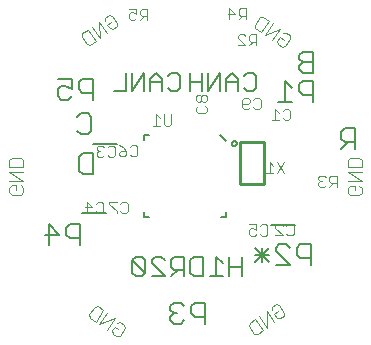
<source format=gbr>
G04 EAGLE Gerber RS-274X export*
G75*
%MOMM*%
%FSLAX34Y34*%
%LPD*%
%INSilkscreen Bottom*%
%IPPOS*%
%AMOC8*
5,1,8,0,0,1.08239X$1,22.5*%
G01*
%ADD10C,0.152400*%
%ADD11C,0.101600*%
%ADD12C,0.127000*%
%ADD13C,0.076200*%
%ADD14C,0.254000*%


D10*
X220260Y65164D02*
X220260Y81434D01*
X220260Y73299D02*
X209413Y73299D01*
X209413Y81434D02*
X209413Y65164D01*
X203888Y76011D02*
X198465Y81434D01*
X198465Y65164D01*
X203888Y65164D02*
X193042Y65164D01*
X187517Y65164D02*
X187517Y81434D01*
X187517Y65164D02*
X179382Y65164D01*
X176670Y67876D01*
X176670Y78722D01*
X179382Y81434D01*
X187517Y81434D01*
X171145Y81434D02*
X171145Y65164D01*
X171145Y81434D02*
X163010Y81434D01*
X160299Y78722D01*
X160299Y73299D01*
X163010Y70587D01*
X171145Y70587D01*
X165722Y70587D02*
X160299Y65164D01*
X154774Y65164D02*
X143927Y65164D01*
X154774Y65164D02*
X143927Y76011D01*
X143927Y78722D01*
X146639Y81434D01*
X152062Y81434D01*
X154774Y78722D01*
X138402Y78722D02*
X138402Y67876D01*
X138402Y78722D02*
X135691Y81434D01*
X130267Y81434D01*
X127556Y78722D01*
X127556Y67876D01*
X130267Y65164D01*
X135691Y65164D01*
X138402Y67876D01*
X127556Y78722D01*
D11*
X245902Y39002D02*
X245423Y36288D01*
X245902Y39002D02*
X249095Y41238D01*
X251809Y40759D01*
X256281Y34373D01*
X255802Y31659D01*
X252609Y29423D01*
X249895Y29902D01*
X247659Y33095D01*
X250852Y35330D01*
X247819Y26069D02*
X241112Y35648D01*
X241433Y21598D01*
X234726Y31177D01*
X231533Y28941D02*
X238240Y19362D01*
X233451Y16008D01*
X230736Y16487D01*
X226265Y22873D01*
X226743Y25587D01*
X231533Y28941D01*
X321616Y139815D02*
X319667Y141764D01*
X321616Y139815D02*
X321616Y135917D01*
X319667Y133968D01*
X311871Y133968D01*
X309922Y135917D01*
X309922Y139815D01*
X311871Y141764D01*
X315769Y141764D01*
X315769Y137866D01*
X309922Y145662D02*
X321616Y145662D01*
X309922Y153458D01*
X321616Y153458D01*
X321616Y157356D02*
X309922Y157356D01*
X309922Y163203D01*
X311871Y165152D01*
X319667Y165152D01*
X321616Y163203D01*
X321616Y157356D01*
X257359Y271336D02*
X254645Y270858D01*
X257359Y271336D02*
X260552Y269101D01*
X261031Y266386D01*
X256559Y260000D01*
X253845Y259521D01*
X250652Y261757D01*
X250173Y264472D01*
X252409Y267665D01*
X255602Y265429D01*
X252570Y274690D02*
X245862Y265111D01*
X239476Y269582D02*
X252570Y274690D01*
X246183Y279162D02*
X239476Y269582D01*
X236283Y271818D02*
X242990Y281397D01*
X236283Y271818D02*
X231494Y275172D01*
X231015Y277886D01*
X235486Y284272D01*
X238201Y284751D01*
X242990Y281397D01*
X104424Y284112D02*
X103945Y281398D01*
X104424Y284112D02*
X107617Y286348D01*
X110331Y285869D01*
X114803Y279483D01*
X114324Y276769D01*
X111131Y274533D01*
X108417Y275012D01*
X106181Y278205D01*
X109374Y280440D01*
X106341Y271179D02*
X99634Y280758D01*
X99955Y266708D01*
X93248Y276287D01*
X90055Y274051D02*
X96762Y264472D01*
X91973Y261118D01*
X89258Y261597D01*
X84787Y267983D01*
X85265Y270697D01*
X90055Y274051D01*
X33155Y142018D02*
X35104Y140069D01*
X35104Y136171D01*
X33155Y134222D01*
X25359Y134222D01*
X23410Y136171D01*
X23410Y140069D01*
X25359Y142018D01*
X29257Y142018D01*
X29257Y138120D01*
X23410Y145916D02*
X35104Y145916D01*
X23410Y153712D01*
X35104Y153712D01*
X35104Y157610D02*
X23410Y157610D01*
X23410Y163457D01*
X25359Y165406D01*
X33155Y165406D01*
X35104Y163457D01*
X35104Y157610D01*
X114691Y25748D02*
X117405Y26226D01*
X120598Y23991D01*
X121077Y21276D01*
X116605Y14890D01*
X113891Y14411D01*
X110698Y16647D01*
X110219Y19362D01*
X112455Y22555D01*
X115648Y20319D01*
X112616Y29580D02*
X105908Y20001D01*
X99522Y24472D02*
X112616Y29580D01*
X106229Y34052D02*
X99522Y24472D01*
X96329Y26708D02*
X103036Y36287D01*
X96329Y26708D02*
X91540Y30062D01*
X91061Y32776D01*
X95532Y39162D01*
X98247Y39641D01*
X103036Y36287D01*
D10*
X280448Y212738D02*
X280448Y230533D01*
X271550Y230533D01*
X268584Y227567D01*
X268584Y221636D01*
X271550Y218670D01*
X280448Y218670D01*
X262673Y224601D02*
X256741Y230533D01*
X256741Y212738D01*
X262673Y212738D02*
X250809Y212738D01*
X278665Y92357D02*
X278665Y74562D01*
X278665Y92357D02*
X269767Y92357D01*
X266801Y89391D01*
X266801Y83460D01*
X269767Y80494D01*
X278665Y80494D01*
X260890Y74562D02*
X249026Y74562D01*
X249026Y86425D02*
X260890Y74562D01*
X249026Y86425D02*
X249026Y89391D01*
X251992Y92357D01*
X257924Y92357D01*
X260890Y89391D01*
X243115Y89391D02*
X231251Y77528D01*
X231251Y89391D02*
X243115Y77528D01*
X243115Y83460D02*
X231251Y83460D01*
X237183Y89391D02*
X237183Y77528D01*
X189008Y42573D02*
X189008Y24778D01*
X189008Y42573D02*
X180110Y42573D01*
X177144Y39607D01*
X177144Y33676D01*
X180110Y30710D01*
X189008Y30710D01*
X171233Y39607D02*
X168267Y42573D01*
X162335Y42573D01*
X159369Y39607D01*
X159369Y36641D01*
X162335Y33676D01*
X165301Y33676D01*
X162335Y33676D02*
X159369Y30710D01*
X159369Y27744D01*
X162335Y24778D01*
X168267Y24778D01*
X171233Y27744D01*
X83344Y91580D02*
X83344Y109375D01*
X74446Y109375D01*
X71480Y106409D01*
X71480Y100478D01*
X74446Y97512D01*
X83344Y97512D01*
X56671Y91580D02*
X56671Y109375D01*
X65569Y100478D01*
X53705Y100478D01*
X94012Y214516D02*
X94012Y232311D01*
X85114Y232311D01*
X82148Y229345D01*
X82148Y223414D01*
X85114Y220448D01*
X94012Y220448D01*
X76237Y232311D02*
X64373Y232311D01*
X76237Y232311D02*
X76237Y223414D01*
X70305Y226379D01*
X67339Y226379D01*
X64373Y223414D01*
X64373Y217482D01*
X67339Y214516D01*
X73271Y214516D01*
X76237Y217482D01*
D12*
X222005Y234720D02*
X224547Y237262D01*
X229632Y237262D01*
X232174Y234720D01*
X232174Y224551D01*
X229632Y222009D01*
X224547Y222009D01*
X222005Y224551D01*
X216972Y222009D02*
X216972Y232178D01*
X211887Y237262D01*
X206803Y232178D01*
X206803Y222009D01*
X206803Y229636D02*
X216972Y229636D01*
X201769Y222009D02*
X201769Y237262D01*
X191601Y222009D01*
X191601Y237262D01*
X186567Y237262D02*
X186567Y222009D01*
X186567Y229636D02*
X176399Y229636D01*
X176399Y237262D02*
X176399Y222009D01*
X160031Y237262D02*
X157489Y234720D01*
X160031Y237262D02*
X165116Y237262D01*
X167658Y234720D01*
X167658Y224551D01*
X165116Y222009D01*
X160031Y222009D01*
X157489Y224551D01*
X152456Y222009D02*
X152456Y232178D01*
X147371Y237262D01*
X142287Y232178D01*
X142287Y222009D01*
X142287Y229636D02*
X152456Y229636D01*
X137253Y222009D02*
X137253Y237262D01*
X127085Y222009D01*
X127085Y237262D01*
X122051Y237262D02*
X122051Y222009D01*
X111883Y222009D01*
D10*
X280707Y237630D02*
X280707Y255425D01*
X271809Y255425D01*
X268843Y252459D01*
X268843Y249493D01*
X271809Y246528D01*
X268843Y243562D01*
X268843Y240596D01*
X271809Y237630D01*
X280707Y237630D01*
X280707Y246528D02*
X271809Y246528D01*
X316267Y190655D02*
X316267Y172860D01*
X316267Y190655D02*
X307369Y190655D01*
X304403Y187689D01*
X304403Y181758D01*
X307369Y178792D01*
X316267Y178792D01*
X310335Y178792D02*
X304403Y172860D01*
X94525Y169319D02*
X94525Y151524D01*
X85627Y151524D01*
X82661Y154490D01*
X82661Y166353D01*
X85627Y169319D01*
X94525Y169319D01*
X80629Y200389D02*
X83595Y203355D01*
X89527Y203355D01*
X92493Y200389D01*
X92493Y188526D01*
X89527Y185560D01*
X83595Y185560D01*
X80629Y188526D01*
D13*
X254756Y205118D02*
X256324Y206686D01*
X259459Y206686D01*
X261027Y205118D01*
X261027Y198848D01*
X259459Y197280D01*
X256324Y197280D01*
X254756Y198848D01*
X251672Y203551D02*
X248536Y206686D01*
X248536Y197280D01*
X245401Y197280D02*
X251672Y197280D01*
D10*
X244963Y108383D02*
X265093Y108383D01*
D13*
X259498Y109065D02*
X257930Y107497D01*
X259498Y109065D02*
X262633Y109065D01*
X264201Y107497D01*
X264201Y101227D01*
X262633Y99659D01*
X259498Y99659D01*
X257930Y101227D01*
X254846Y99659D02*
X248575Y99659D01*
X254846Y99659D02*
X248575Y105930D01*
X248575Y107497D01*
X250143Y109065D01*
X253278Y109065D01*
X254846Y107497D01*
D12*
X207000Y180000D02*
X202000Y185000D01*
X137000Y115010D02*
X137000Y115000D01*
X211770Y177650D02*
X211772Y177739D01*
X211778Y177828D01*
X211788Y177917D01*
X211802Y178005D01*
X211819Y178092D01*
X211841Y178178D01*
X211867Y178264D01*
X211896Y178348D01*
X211929Y178431D01*
X211965Y178512D01*
X212006Y178592D01*
X212049Y178669D01*
X212096Y178745D01*
X212147Y178818D01*
X212200Y178889D01*
X212257Y178958D01*
X212317Y179024D01*
X212380Y179088D01*
X212445Y179148D01*
X212513Y179206D01*
X212584Y179260D01*
X212657Y179311D01*
X212732Y179359D01*
X212809Y179404D01*
X212888Y179445D01*
X212969Y179482D01*
X213051Y179516D01*
X213135Y179547D01*
X213220Y179573D01*
X213306Y179596D01*
X213393Y179614D01*
X213481Y179629D01*
X213570Y179640D01*
X213659Y179647D01*
X213748Y179650D01*
X213837Y179649D01*
X213926Y179644D01*
X214014Y179635D01*
X214103Y179622D01*
X214190Y179605D01*
X214277Y179585D01*
X214363Y179560D01*
X214447Y179532D01*
X214530Y179500D01*
X214612Y179464D01*
X214692Y179425D01*
X214770Y179382D01*
X214846Y179336D01*
X214920Y179286D01*
X214992Y179233D01*
X215061Y179177D01*
X215128Y179118D01*
X215192Y179056D01*
X215253Y178992D01*
X215312Y178924D01*
X215367Y178854D01*
X215419Y178782D01*
X215468Y178707D01*
X215513Y178631D01*
X215555Y178552D01*
X215593Y178472D01*
X215628Y178390D01*
X215659Y178306D01*
X215687Y178221D01*
X215710Y178135D01*
X215730Y178048D01*
X215746Y177961D01*
X215758Y177872D01*
X215766Y177784D01*
X215770Y177695D01*
X215770Y177605D01*
X215766Y177516D01*
X215758Y177428D01*
X215746Y177339D01*
X215730Y177252D01*
X215710Y177165D01*
X215687Y177079D01*
X215659Y176994D01*
X215628Y176910D01*
X215593Y176828D01*
X215555Y176748D01*
X215513Y176669D01*
X215468Y176593D01*
X215419Y176518D01*
X215367Y176446D01*
X215312Y176376D01*
X215253Y176308D01*
X215192Y176244D01*
X215128Y176182D01*
X215061Y176123D01*
X214992Y176067D01*
X214920Y176014D01*
X214846Y175964D01*
X214770Y175918D01*
X214692Y175875D01*
X214612Y175836D01*
X214530Y175800D01*
X214447Y175768D01*
X214363Y175740D01*
X214277Y175715D01*
X214190Y175695D01*
X214103Y175678D01*
X214014Y175665D01*
X213926Y175656D01*
X213837Y175651D01*
X213748Y175650D01*
X213659Y175653D01*
X213570Y175660D01*
X213481Y175671D01*
X213393Y175686D01*
X213306Y175704D01*
X213220Y175727D01*
X213135Y175753D01*
X213051Y175784D01*
X212969Y175818D01*
X212888Y175855D01*
X212809Y175896D01*
X212732Y175941D01*
X212657Y175989D01*
X212584Y176040D01*
X212513Y176094D01*
X212445Y176152D01*
X212380Y176212D01*
X212317Y176276D01*
X212257Y176342D01*
X212200Y176411D01*
X212147Y176482D01*
X212096Y176555D01*
X212049Y176631D01*
X212006Y176708D01*
X211965Y176788D01*
X211929Y176869D01*
X211896Y176952D01*
X211867Y177036D01*
X211841Y177122D01*
X211819Y177208D01*
X211802Y177295D01*
X211788Y177383D01*
X211778Y177472D01*
X211772Y177561D01*
X211770Y177650D01*
X137040Y185010D02*
X137040Y185020D01*
X141740Y185020D01*
X141700Y115010D02*
X137000Y115010D01*
X137040Y180320D02*
X137040Y185010D01*
X136990Y119700D02*
X136990Y115000D01*
X202320Y115000D02*
X207020Y115000D01*
X207020Y114990D02*
X207020Y119690D01*
D13*
X160369Y194303D02*
X160369Y202141D01*
X160369Y194303D02*
X158802Y192735D01*
X155666Y192735D01*
X154099Y194303D01*
X154099Y202141D01*
X151014Y199006D02*
X147879Y202141D01*
X147879Y192735D01*
X151014Y192735D02*
X144744Y192735D01*
D14*
X218414Y179210D02*
X218414Y143650D01*
X238734Y143650D01*
X238734Y179210D01*
X218414Y179210D01*
D13*
X249862Y152413D02*
X256133Y161819D01*
X249862Y161819D02*
X256133Y152413D01*
X246778Y158684D02*
X243642Y161819D01*
X243642Y152413D01*
X240507Y152413D02*
X246778Y152413D01*
X232567Y260617D02*
X232567Y270023D01*
X227864Y270023D01*
X226296Y268455D01*
X226296Y265320D01*
X227864Y263752D01*
X232567Y263752D01*
X229432Y263752D02*
X226296Y260617D01*
X223212Y260617D02*
X216941Y260617D01*
X223212Y260617D02*
X216941Y266888D01*
X216941Y268455D01*
X218509Y270023D01*
X221644Y270023D01*
X223212Y268455D01*
D10*
X114139Y176774D02*
X94009Y176774D01*
D13*
X106482Y174221D02*
X108049Y175789D01*
X111185Y175789D01*
X112752Y174221D01*
X112752Y167951D01*
X111185Y166383D01*
X108049Y166383D01*
X106482Y167951D01*
X103397Y174221D02*
X101829Y175789D01*
X98694Y175789D01*
X97126Y174221D01*
X97126Y172654D01*
X98694Y171086D01*
X100262Y171086D01*
X98694Y171086D02*
X97126Y169518D01*
X97126Y167951D01*
X98694Y166383D01*
X101829Y166383D01*
X103397Y167951D01*
D10*
X104957Y118593D02*
X84827Y118593D01*
D13*
X96683Y126723D02*
X98250Y128291D01*
X101386Y128291D01*
X102953Y126723D01*
X102953Y120453D01*
X101386Y118885D01*
X98250Y118885D01*
X96683Y120453D01*
X88895Y118885D02*
X88895Y128291D01*
X93598Y123588D01*
X87328Y123588D01*
X235552Y107419D02*
X237120Y108987D01*
X240255Y108987D01*
X241823Y107419D01*
X241823Y101149D01*
X240255Y99581D01*
X237120Y99581D01*
X235552Y101149D01*
X232467Y108987D02*
X226197Y108987D01*
X232467Y108987D02*
X232467Y104284D01*
X229332Y105852D01*
X227764Y105852D01*
X226197Y104284D01*
X226197Y101149D01*
X227764Y99581D01*
X230900Y99581D01*
X232467Y101149D01*
X127038Y176043D02*
X125470Y174475D01*
X127038Y176043D02*
X130173Y176043D01*
X131741Y174475D01*
X131741Y168205D01*
X130173Y166637D01*
X127038Y166637D01*
X125470Y168205D01*
X119250Y174475D02*
X116115Y176043D01*
X119250Y174475D02*
X122386Y171340D01*
X122386Y168205D01*
X120818Y166637D01*
X117683Y166637D01*
X116115Y168205D01*
X116115Y169772D01*
X117683Y171340D01*
X122386Y171340D01*
X118824Y128291D02*
X117257Y126723D01*
X118824Y128291D02*
X121960Y128291D01*
X123527Y126723D01*
X123527Y120453D01*
X121960Y118885D01*
X118824Y118885D01*
X117257Y120453D01*
X114172Y128291D02*
X107902Y128291D01*
X107902Y126723D01*
X114172Y120453D01*
X114172Y118885D01*
X190677Y208002D02*
X189109Y209569D01*
X190677Y208002D02*
X190677Y204866D01*
X189109Y203299D01*
X182839Y203299D01*
X181271Y204866D01*
X181271Y208002D01*
X182839Y209569D01*
X189109Y212654D02*
X190677Y214221D01*
X190677Y217357D01*
X189109Y218925D01*
X187542Y218925D01*
X185974Y217357D01*
X184406Y218925D01*
X182839Y218925D01*
X181271Y217357D01*
X181271Y214221D01*
X182839Y212654D01*
X184406Y212654D01*
X185974Y214221D01*
X187542Y212654D01*
X189109Y212654D01*
X185974Y214221D02*
X185974Y217357D01*
X230033Y214353D02*
X231600Y215921D01*
X234736Y215921D01*
X236303Y214353D01*
X236303Y208083D01*
X234736Y206515D01*
X231600Y206515D01*
X230033Y208083D01*
X226948Y208083D02*
X225381Y206515D01*
X222245Y206515D01*
X220678Y208083D01*
X220678Y214353D01*
X222245Y215921D01*
X225381Y215921D01*
X226948Y214353D01*
X226948Y212786D01*
X225381Y211218D01*
X220678Y211218D01*
X300565Y150389D02*
X300565Y140983D01*
X300565Y150389D02*
X295862Y150389D01*
X294295Y148821D01*
X294295Y145686D01*
X295862Y144118D01*
X300565Y144118D01*
X297430Y144118D02*
X294295Y140983D01*
X291210Y148821D02*
X289643Y150389D01*
X286507Y150389D01*
X284940Y148821D01*
X284940Y147254D01*
X286507Y145686D01*
X288075Y145686D01*
X286507Y145686D02*
X284940Y144118D01*
X284940Y142551D01*
X286507Y140983D01*
X289643Y140983D01*
X291210Y142551D01*
X223689Y282715D02*
X223689Y292121D01*
X218986Y292121D01*
X217418Y290553D01*
X217418Y287418D01*
X218986Y285850D01*
X223689Y285850D01*
X220554Y285850D02*
X217418Y282715D01*
X209631Y282715D02*
X209631Y292121D01*
X214334Y287418D01*
X208063Y287418D01*
X140123Y291613D02*
X140123Y282207D01*
X140123Y291613D02*
X135420Y291613D01*
X133852Y290045D01*
X133852Y286910D01*
X135420Y285342D01*
X140123Y285342D01*
X136988Y285342D02*
X133852Y282207D01*
X130768Y291613D02*
X124497Y291613D01*
X130768Y291613D02*
X130768Y286910D01*
X127632Y288478D01*
X126065Y288478D01*
X124497Y286910D01*
X124497Y283775D01*
X126065Y282207D01*
X129200Y282207D01*
X130768Y283775D01*
M02*

</source>
